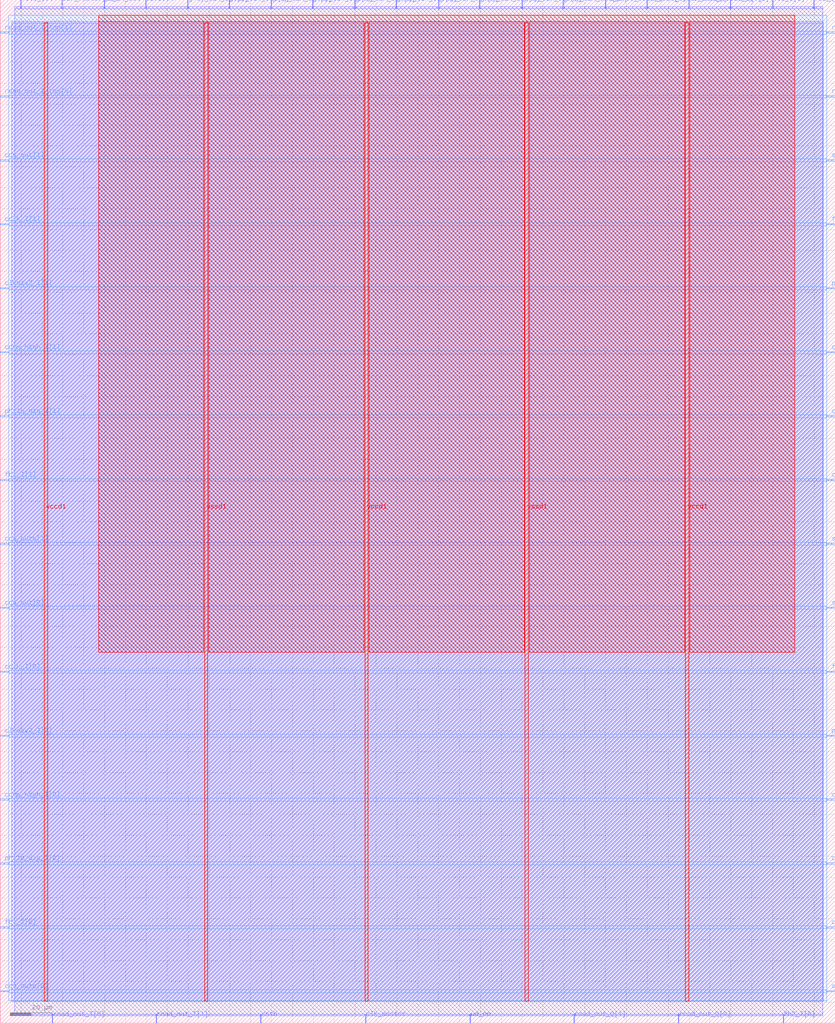
<source format=lef>
VERSION 5.7 ;
  NOWIREEXTENSIONATPIN ON ;
  DIVIDERCHAR "/" ;
  BUSBITCHARS "[]" ;
MACRO first_dual_core
  CLASS BLOCK ;
  FOREIGN first_dual_core ;
  ORIGIN 0.000 0.000 ;
  SIZE 400.000 BY 490.000 ;
  PIN cclk_I[0]
    DIRECTION OUTPUT TRISTATE ;
    USE SIGNAL ;
    PORT
      LAYER met3 ;
        RECT 0.000 168.000 4.000 168.600 ;
    END
  END cclk_I[0]
  PIN cclk_I[1]
    DIRECTION OUTPUT TRISTATE ;
    USE SIGNAL ;
    PORT
      LAYER met3 ;
        RECT 0.000 382.200 4.000 382.800 ;
    END
  END cclk_I[1]
  PIN cclk_Q[0]
    DIRECTION OUTPUT TRISTATE ;
    USE SIGNAL ;
    PORT
      LAYER met3 ;
        RECT 396.000 45.600 400.000 46.200 ;
    END
  END cclk_Q[0]
  PIN cclk_Q[1]
    DIRECTION OUTPUT TRISTATE ;
    USE SIGNAL ;
    PORT
      LAYER met3 ;
        RECT 396.000 259.800 400.000 260.400 ;
    END
  END cclk_Q[1]
  PIN clk_master
    DIRECTION INPUT ;
    USE SIGNAL ;
    PORT
      LAYER met2 ;
        RECT 174.890 0.000 175.170 4.000 ;
    END
  END clk_master
  PIN clk_master_out
    DIRECTION OUTPUT TRISTATE ;
    USE SIGNAL ;
    PORT
      LAYER met2 ;
        RECT 29.530 486.000 29.810 490.000 ;
    END
  END clk_master_out
  PIN clkdiv2_I[0]
    DIRECTION OUTPUT TRISTATE ;
    USE SIGNAL ;
    PORT
      LAYER met3 ;
        RECT 0.000 137.400 4.000 138.000 ;
    END
  END clkdiv2_I[0]
  PIN clkdiv2_I[1]
    DIRECTION OUTPUT TRISTATE ;
    USE SIGNAL ;
    PORT
      LAYER met3 ;
        RECT 0.000 351.600 4.000 352.200 ;
    END
  END clkdiv2_I[1]
  PIN clkdiv2_Q[0]
    DIRECTION OUTPUT TRISTATE ;
    USE SIGNAL ;
    PORT
      LAYER met3 ;
        RECT 396.000 76.200 400.000 76.800 ;
    END
  END clkdiv2_Q[0]
  PIN clkdiv2_Q[1]
    DIRECTION OUTPUT TRISTATE ;
    USE SIGNAL ;
    PORT
      LAYER met3 ;
        RECT 396.000 290.400 400.000 291.000 ;
    END
  END clkdiv2_Q[1]
  PIN comp_high_I[0]
    DIRECTION INPUT ;
    USE SIGNAL ;
    PORT
      LAYER met3 ;
        RECT 0.000 106.800 4.000 107.400 ;
    END
  END comp_high_I[0]
  PIN comp_high_I[1]
    DIRECTION INPUT ;
    USE SIGNAL ;
    PORT
      LAYER met3 ;
        RECT 0.000 321.000 4.000 321.600 ;
    END
  END comp_high_I[1]
  PIN comp_high_Q[0]
    DIRECTION INPUT ;
    USE SIGNAL ;
    PORT
      LAYER met3 ;
        RECT 396.000 106.800 400.000 107.400 ;
    END
  END comp_high_Q[0]
  PIN comp_high_Q[1]
    DIRECTION INPUT ;
    USE SIGNAL ;
    PORT
      LAYER met3 ;
        RECT 396.000 321.000 400.000 321.600 ;
    END
  END comp_high_Q[1]
  PIN cos_out[0]
    DIRECTION OUTPUT TRISTATE ;
    USE SIGNAL ;
    PORT
      LAYER met3 ;
        RECT 0.000 198.600 4.000 199.200 ;
    END
  END cos_out[0]
  PIN cos_out[1]
    DIRECTION OUTPUT TRISTATE ;
    USE SIGNAL ;
    PORT
      LAYER met3 ;
        RECT 0.000 412.800 4.000 413.400 ;
    END
  END cos_out[1]
  PIN cos_outb[0]
    DIRECTION OUTPUT TRISTATE ;
    USE SIGNAL ;
    PORT
      LAYER met3 ;
        RECT 0.000 15.000 4.000 15.600 ;
    END
  END cos_outb[0]
  PIN cos_outb[1]
    DIRECTION OUTPUT TRISTATE ;
    USE SIGNAL ;
    PORT
      LAYER met3 ;
        RECT 0.000 229.200 4.000 229.800 ;
    END
  END cos_outb[1]
  PIN div2out
    DIRECTION OUTPUT TRISTATE ;
    USE SIGNAL ;
    PORT
      LAYER met2 ;
        RECT 69.550 486.000 69.830 490.000 ;
    END
  END div2out
  PIN fb1_I[0]
    DIRECTION OUTPUT TRISTATE ;
    USE SIGNAL ;
    PORT
      LAYER met3 ;
        RECT 0.000 45.600 4.000 46.200 ;
    END
  END fb1_I[0]
  PIN fb1_I[1]
    DIRECTION OUTPUT TRISTATE ;
    USE SIGNAL ;
    PORT
      LAYER met3 ;
        RECT 0.000 259.800 4.000 260.400 ;
    END
  END fb1_I[1]
  PIN fb1_Q[0]
    DIRECTION OUTPUT TRISTATE ;
    USE SIGNAL ;
    PORT
      LAYER met3 ;
        RECT 396.000 168.000 400.000 168.600 ;
    END
  END fb1_Q[0]
  PIN fb1_Q[1]
    DIRECTION OUTPUT TRISTATE ;
    USE SIGNAL ;
    PORT
      LAYER met3 ;
        RECT 396.000 382.200 400.000 382.800 ;
    END
  END fb1_Q[1]
  PIN fb2_I[0]
    DIRECTION OUTPUT TRISTATE ;
    USE SIGNAL ;
    PORT
      LAYER met2 ;
        RECT 374.990 0.000 375.270 4.000 ;
    END
  END fb2_I[0]
  PIN fb2_I[1]
    DIRECTION OUTPUT TRISTATE ;
    USE SIGNAL ;
    PORT
      LAYER met2 ;
        RECT 369.930 486.000 370.210 490.000 ;
    END
  END fb2_I[1]
  PIN fb2_Q[0]
    DIRECTION OUTPUT TRISTATE ;
    USE SIGNAL ;
    PORT
      LAYER met2 ;
        RECT 349.690 486.000 349.970 490.000 ;
    END
  END fb2_Q[0]
  PIN fb2_Q[1]
    DIRECTION OUTPUT TRISTATE ;
    USE SIGNAL ;
    PORT
      LAYER met2 ;
        RECT 389.710 486.000 389.990 490.000 ;
    END
  END fb2_Q[1]
  PIN gray_clk_out[10]
    DIRECTION OUTPUT TRISTATE ;
    USE SIGNAL ;
    PORT
      LAYER met2 ;
        RECT 269.650 486.000 269.930 490.000 ;
    END
  END gray_clk_out[10]
  PIN gray_clk_out[1]
    DIRECTION OUTPUT TRISTATE ;
    USE SIGNAL ;
    PORT
      LAYER met2 ;
        RECT 89.790 486.000 90.070 490.000 ;
    END
  END gray_clk_out[1]
  PIN gray_clk_out[2]
    DIRECTION OUTPUT TRISTATE ;
    USE SIGNAL ;
    PORT
      LAYER met2 ;
        RECT 109.570 486.000 109.850 490.000 ;
    END
  END gray_clk_out[2]
  PIN gray_clk_out[3]
    DIRECTION OUTPUT TRISTATE ;
    USE SIGNAL ;
    PORT
      LAYER met2 ;
        RECT 129.810 486.000 130.090 490.000 ;
    END
  END gray_clk_out[3]
  PIN gray_clk_out[4]
    DIRECTION OUTPUT TRISTATE ;
    USE SIGNAL ;
    PORT
      LAYER met2 ;
        RECT 149.590 486.000 149.870 490.000 ;
    END
  END gray_clk_out[4]
  PIN gray_clk_out[5]
    DIRECTION OUTPUT TRISTATE ;
    USE SIGNAL ;
    PORT
      LAYER met2 ;
        RECT 169.830 486.000 170.110 490.000 ;
    END
  END gray_clk_out[5]
  PIN gray_clk_out[6]
    DIRECTION OUTPUT TRISTATE ;
    USE SIGNAL ;
    PORT
      LAYER met2 ;
        RECT 189.610 486.000 189.890 490.000 ;
    END
  END gray_clk_out[6]
  PIN gray_clk_out[7]
    DIRECTION OUTPUT TRISTATE ;
    USE SIGNAL ;
    PORT
      LAYER met2 ;
        RECT 209.850 486.000 210.130 490.000 ;
    END
  END gray_clk_out[7]
  PIN gray_clk_out[8]
    DIRECTION OUTPUT TRISTATE ;
    USE SIGNAL ;
    PORT
      LAYER met2 ;
        RECT 229.630 486.000 229.910 490.000 ;
    END
  END gray_clk_out[8]
  PIN gray_clk_out[9]
    DIRECTION OUTPUT TRISTATE ;
    USE SIGNAL ;
    PORT
      LAYER met2 ;
        RECT 249.870 486.000 250.150 490.000 ;
    END
  END gray_clk_out[9]
  PIN no_ones_below_out[0]
    DIRECTION OUTPUT TRISTATE ;
    USE SIGNAL ;
    PORT
      LAYER met2 ;
        RECT 289.890 486.000 290.170 490.000 ;
    END
  END no_ones_below_out[0]
  PIN no_ones_below_out[1]
    DIRECTION OUTPUT TRISTATE ;
    USE SIGNAL ;
    PORT
      LAYER met2 ;
        RECT 309.670 486.000 309.950 490.000 ;
    END
  END no_ones_below_out[1]
  PIN no_ones_below_out[2]
    DIRECTION OUTPUT TRISTATE ;
    USE SIGNAL ;
    PORT
      LAYER met2 ;
        RECT 329.910 486.000 330.190 490.000 ;
    END
  END no_ones_below_out[2]
  PIN phi1b_dig_I[0]
    DIRECTION INPUT ;
    USE SIGNAL ;
    PORT
      LAYER met3 ;
        RECT 0.000 76.200 4.000 76.800 ;
    END
  END phi1b_dig_I[0]
  PIN phi1b_dig_I[1]
    DIRECTION INPUT ;
    USE SIGNAL ;
    PORT
      LAYER met3 ;
        RECT 0.000 290.400 4.000 291.000 ;
    END
  END phi1b_dig_I[1]
  PIN phi1b_dig_Q[0]
    DIRECTION INPUT ;
    USE SIGNAL ;
    PORT
      LAYER met3 ;
        RECT 396.000 137.400 400.000 138.000 ;
    END
  END phi1b_dig_Q[0]
  PIN phi1b_dig_Q[1]
    DIRECTION INPUT ;
    USE SIGNAL ;
    PORT
      LAYER met3 ;
        RECT 396.000 351.600 400.000 352.200 ;
    END
  END phi1b_dig_Q[1]
  PIN read_out_I[0]
    DIRECTION OUTPUT TRISTATE ;
    USE SIGNAL ;
    PORT
      LAYER met2 ;
        RECT 24.930 0.000 25.210 4.000 ;
    END
  END read_out_I[0]
  PIN read_out_I[1]
    DIRECTION OUTPUT TRISTATE ;
    USE SIGNAL ;
    PORT
      LAYER met2 ;
        RECT 74.610 0.000 74.890 4.000 ;
    END
  END read_out_I[1]
  PIN read_out_I_top[0]
    DIRECTION OUTPUT TRISTATE ;
    USE SIGNAL ;
    PORT
      LAYER met3 ;
        RECT 0.000 443.400 4.000 444.000 ;
    END
  END read_out_I_top[0]
  PIN read_out_I_top[1]
    DIRECTION OUTPUT TRISTATE ;
    USE SIGNAL ;
    PORT
      LAYER met3 ;
        RECT 0.000 474.000 4.000 474.600 ;
    END
  END read_out_I_top[1]
  PIN read_out_Q[0]
    DIRECTION OUTPUT TRISTATE ;
    USE SIGNAL ;
    PORT
      LAYER met2 ;
        RECT 324.850 0.000 325.130 4.000 ;
    END
  END read_out_Q[0]
  PIN read_out_Q[1]
    DIRECTION OUTPUT TRISTATE ;
    USE SIGNAL ;
    PORT
      LAYER met2 ;
        RECT 274.710 0.000 274.990 4.000 ;
    END
  END read_out_Q[1]
  PIN read_out_Q_top[0]
    DIRECTION OUTPUT TRISTATE ;
    USE SIGNAL ;
    PORT
      LAYER met3 ;
        RECT 396.000 443.400 400.000 444.000 ;
    END
  END read_out_Q_top[0]
  PIN read_out_Q_top[1]
    DIRECTION OUTPUT TRISTATE ;
    USE SIGNAL ;
    PORT
      LAYER met3 ;
        RECT 396.000 474.000 400.000 474.600 ;
    END
  END read_out_Q_top[1]
  PIN rstb
    DIRECTION INPUT ;
    USE SIGNAL ;
    PORT
      LAYER met2 ;
        RECT 124.750 0.000 125.030 4.000 ;
    END
  END rstb
  PIN rstb_out
    DIRECTION OUTPUT TRISTATE ;
    USE SIGNAL ;
    PORT
      LAYER met2 ;
        RECT 9.750 486.000 10.030 490.000 ;
    END
  END rstb_out
  PIN sin_out[0]
    DIRECTION OUTPUT TRISTATE ;
    USE SIGNAL ;
    PORT
      LAYER met3 ;
        RECT 396.000 15.000 400.000 15.600 ;
    END
  END sin_out[0]
  PIN sin_out[1]
    DIRECTION OUTPUT TRISTATE ;
    USE SIGNAL ;
    PORT
      LAYER met3 ;
        RECT 396.000 229.200 400.000 229.800 ;
    END
  END sin_out[1]
  PIN sin_outb[0]
    DIRECTION OUTPUT TRISTATE ;
    USE SIGNAL ;
    PORT
      LAYER met3 ;
        RECT 396.000 198.600 400.000 199.200 ;
    END
  END sin_outb[0]
  PIN sin_outb[1]
    DIRECTION OUTPUT TRISTATE ;
    USE SIGNAL ;
    PORT
      LAYER met3 ;
        RECT 396.000 412.800 400.000 413.400 ;
    END
  END sin_outb[1]
  PIN ud_en
    DIRECTION INPUT ;
    USE SIGNAL ;
    PORT
      LAYER met2 ;
        RECT 225.030 0.000 225.310 4.000 ;
    END
  END ud_en
  PIN ud_en_out
    DIRECTION OUTPUT TRISTATE ;
    USE SIGNAL ;
    PORT
      LAYER met2 ;
        RECT 49.770 486.000 50.050 490.000 ;
    END
  END ud_en_out
  PIN vccd1
    DIRECTION INPUT ;
    USE POWER ;
    PORT
      LAYER met4 ;
        RECT 21.040 10.640 22.640 478.960 ;
    END
    PORT
      LAYER met4 ;
        RECT 174.640 10.640 176.240 478.960 ;
    END
    PORT
      LAYER met4 ;
        RECT 328.240 10.640 329.840 478.960 ;
    END
  END vccd1
  PIN vssd1
    DIRECTION INPUT ;
    USE GROUND ;
    PORT
      LAYER met4 ;
        RECT 97.840 10.640 99.440 478.960 ;
    END
    PORT
      LAYER met4 ;
        RECT 251.440 10.640 253.040 478.960 ;
    END
  END vssd1
  OBS
      LAYER li1 ;
        RECT 5.520 10.795 394.220 478.805 ;
      LAYER met1 ;
        RECT 5.520 10.640 394.220 479.360 ;
      LAYER met2 ;
        RECT 6.990 485.720 9.470 486.610 ;
        RECT 10.310 485.720 29.250 486.610 ;
        RECT 30.090 485.720 49.490 486.610 ;
        RECT 50.330 485.720 69.270 486.610 ;
        RECT 70.110 485.720 89.510 486.610 ;
        RECT 90.350 485.720 109.290 486.610 ;
        RECT 110.130 485.720 129.530 486.610 ;
        RECT 130.370 485.720 149.310 486.610 ;
        RECT 150.150 485.720 169.550 486.610 ;
        RECT 170.390 485.720 189.330 486.610 ;
        RECT 190.170 485.720 209.570 486.610 ;
        RECT 210.410 485.720 229.350 486.610 ;
        RECT 230.190 485.720 249.590 486.610 ;
        RECT 250.430 485.720 269.370 486.610 ;
        RECT 270.210 485.720 289.610 486.610 ;
        RECT 290.450 485.720 309.390 486.610 ;
        RECT 310.230 485.720 329.630 486.610 ;
        RECT 330.470 485.720 349.410 486.610 ;
        RECT 350.250 485.720 369.650 486.610 ;
        RECT 370.490 485.720 389.430 486.610 ;
        RECT 390.270 485.720 394.130 486.610 ;
        RECT 6.990 4.280 394.130 485.720 ;
        RECT 6.990 3.670 24.650 4.280 ;
        RECT 25.490 3.670 74.330 4.280 ;
        RECT 75.170 3.670 124.470 4.280 ;
        RECT 125.310 3.670 174.610 4.280 ;
        RECT 175.450 3.670 224.750 4.280 ;
        RECT 225.590 3.670 274.430 4.280 ;
        RECT 275.270 3.670 324.570 4.280 ;
        RECT 325.410 3.670 374.710 4.280 ;
        RECT 375.550 3.670 394.130 4.280 ;
      LAYER met3 ;
        RECT 4.000 475.000 396.000 482.625 ;
        RECT 4.400 473.600 395.600 475.000 ;
        RECT 4.000 444.400 396.000 473.600 ;
        RECT 4.400 443.000 395.600 444.400 ;
        RECT 4.000 413.800 396.000 443.000 ;
        RECT 4.400 412.400 395.600 413.800 ;
        RECT 4.000 383.200 396.000 412.400 ;
        RECT 4.400 381.800 395.600 383.200 ;
        RECT 4.000 352.600 396.000 381.800 ;
        RECT 4.400 351.200 395.600 352.600 ;
        RECT 4.000 322.000 396.000 351.200 ;
        RECT 4.400 320.600 395.600 322.000 ;
        RECT 4.000 291.400 396.000 320.600 ;
        RECT 4.400 290.000 395.600 291.400 ;
        RECT 4.000 260.800 396.000 290.000 ;
        RECT 4.400 259.400 395.600 260.800 ;
        RECT 4.000 230.200 396.000 259.400 ;
        RECT 4.400 228.800 395.600 230.200 ;
        RECT 4.000 199.600 396.000 228.800 ;
        RECT 4.400 198.200 395.600 199.600 ;
        RECT 4.000 169.000 396.000 198.200 ;
        RECT 4.400 167.600 395.600 169.000 ;
        RECT 4.000 138.400 396.000 167.600 ;
        RECT 4.400 137.000 395.600 138.400 ;
        RECT 4.000 107.800 396.000 137.000 ;
        RECT 4.400 106.400 395.600 107.800 ;
        RECT 4.000 77.200 396.000 106.400 ;
        RECT 4.400 75.800 395.600 77.200 ;
        RECT 4.000 46.600 396.000 75.800 ;
        RECT 4.400 45.200 395.600 46.600 ;
        RECT 4.000 16.000 396.000 45.200 ;
        RECT 4.400 14.600 395.600 16.000 ;
        RECT 4.000 10.715 396.000 14.600 ;
      LAYER met4 ;
        RECT 47.215 479.360 380.585 482.625 ;
        RECT 47.215 177.655 97.440 479.360 ;
        RECT 99.840 177.655 174.240 479.360 ;
        RECT 176.640 177.655 251.040 479.360 ;
        RECT 253.440 177.655 327.840 479.360 ;
        RECT 330.240 177.655 380.585 479.360 ;
  END
END first_dual_core
END LIBRARY


</source>
